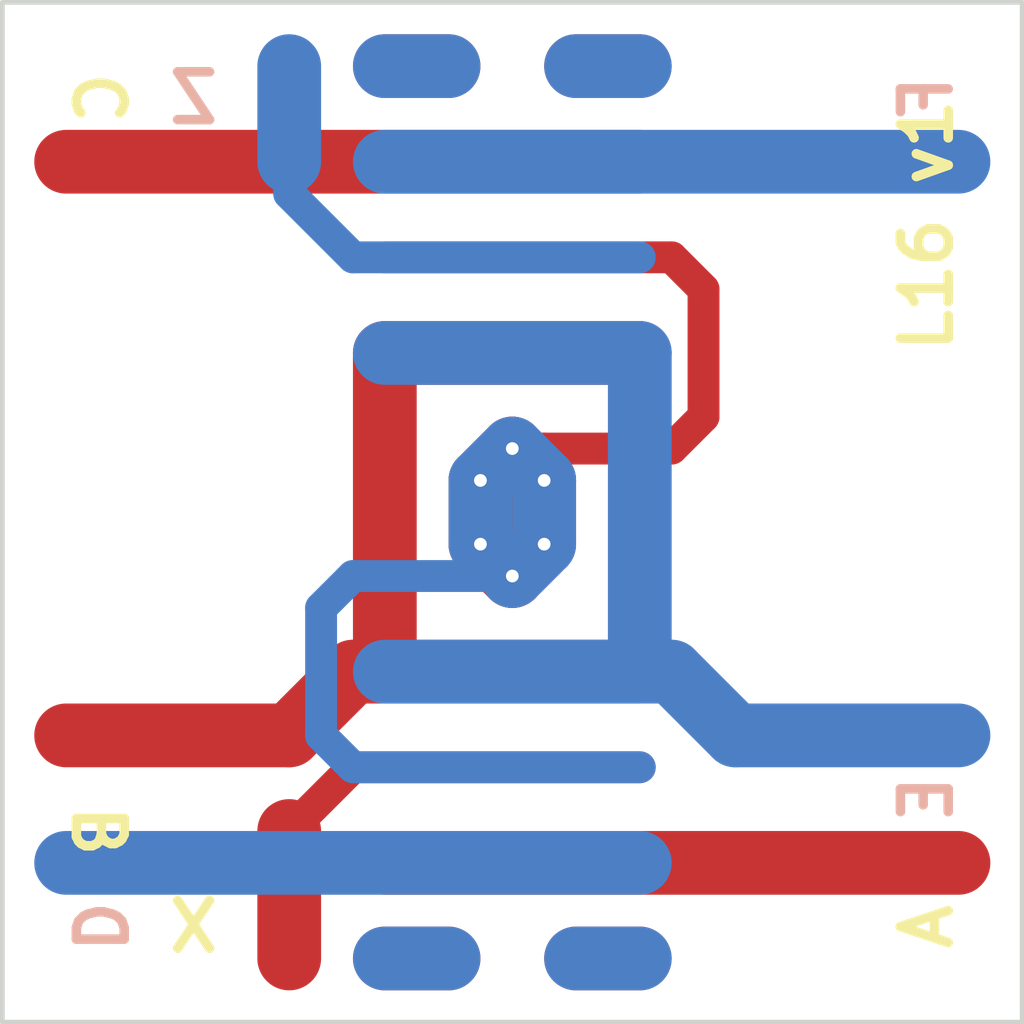
<source format=kicad_pcb>
(kicad_pcb (version 4) (host pcbnew 4.0.7)

  (general
    (links 0)
    (no_connects 0)
    (area 120.924999 49.924999 151.075001 80.075001)
    (thickness 1.6)
    (drawings 13)
    (tracks 63)
    (zones 0)
    (modules 0)
    (nets 1)
  )

  (page A4)
  (layers
    (0 F.Cu signal)
    (31 B.Cu signal)
    (32 B.Adhes user)
    (33 F.Adhes user)
    (34 B.Paste user)
    (35 F.Paste user)
    (36 B.SilkS user)
    (37 F.SilkS user)
    (38 B.Mask user)
    (39 F.Mask user)
    (40 Dwgs.User user)
    (41 Cmts.User user)
    (42 Eco1.User user)
    (43 Eco2.User user)
    (44 Edge.Cuts user)
    (45 Margin user)
    (46 B.CrtYd user)
    (47 F.CrtYd user)
    (48 B.Fab user)
    (49 F.Fab user)
  )

  (setup
    (last_trace_width 2)
    (user_trace_width 1)
    (user_trace_width 2)
    (trace_clearance 0.2)
    (zone_clearance 0.508)
    (zone_45_only no)
    (trace_min 0.2)
    (segment_width 0.2)
    (edge_width 0.15)
    (via_size 0.6)
    (via_drill 0.4)
    (via_min_size 0.4)
    (via_min_drill 0.3)
    (uvia_size 0.3)
    (uvia_drill 0.1)
    (uvias_allowed no)
    (uvia_min_size 0)
    (uvia_min_drill 0)
    (pcb_text_width 0.3)
    (pcb_text_size 1.5 1.5)
    (mod_edge_width 0.15)
    (mod_text_size 1 1)
    (mod_text_width 0.15)
    (pad_size 5 5)
    (pad_drill 3.2)
    (pad_to_mask_clearance 0.2)
    (aux_axis_origin 0 0)
    (visible_elements FFFFFF7F)
    (pcbplotparams
      (layerselection 0x00030_80000001)
      (usegerberextensions false)
      (excludeedgelayer true)
      (linewidth 0.100000)
      (plotframeref false)
      (viasonmask false)
      (mode 1)
      (useauxorigin false)
      (hpglpennumber 1)
      (hpglpenspeed 20)
      (hpglpendiameter 15)
      (hpglpenoverlay 2)
      (psnegative false)
      (psa4output false)
      (plotreference true)
      (plotvalue true)
      (plotinvisibletext false)
      (padsonsilk false)
      (subtractmaskfromsilk false)
      (outputformat 1)
      (mirror false)
      (drillshape 1)
      (scaleselection 1)
      (outputdirectory ""))
  )

  (net 0 "")

  (net_class Default "This is the default net class."
    (clearance 0.2)
    (trace_width 0.25)
    (via_dia 0.6)
    (via_drill 0.4)
    (uvia_dia 0.3)
    (uvia_drill 0.1)
  )

  (gr_line (start 120 81) (end 120 49) (angle 90) (layer Edge.Cuts) (width 0.15))
  (gr_line (start 152 81) (end 120 81) (angle 90) (layer Edge.Cuts) (width 0.15))
  (gr_line (start 152 49) (end 152 81) (angle 90) (layer Edge.Cuts) (width 0.15))
  (gr_line (start 120 49) (end 152 49) (angle 90) (layer Edge.Cuts) (width 0.15))
  (gr_text "L16 v1" (at 149 56 90) (layer F.SilkS)
    (effects (font (size 1.5 1.5) (thickness 0.3)))
  )
  (gr_text D (at 123 78 270) (layer B.SilkS)
    (effects (font (size 1.5 1.5) (thickness 0.3)) (justify mirror))
  )
  (gr_text Z (at 126 52) (layer B.SilkS)
    (effects (font (size 1.5 1.5) (thickness 0.3)) (justify mirror))
  )
  (gr_text E (at 149 74 90) (layer B.SilkS)
    (effects (font (size 1.5 1.5) (thickness 0.3)) (justify mirror))
  )
  (gr_text F (at 149 52 90) (layer B.SilkS)
    (effects (font (size 1.5 1.5) (thickness 0.3)) (justify mirror))
  )
  (gr_text C (at 123 52 270) (layer F.SilkS)
    (effects (font (size 1.5 1.5) (thickness 0.3)))
  )
  (gr_text A (at 149 78 90) (layer F.SilkS)
    (effects (font (size 1.5 1.5) (thickness 0.3)))
  )
  (gr_text B (at 123 75 270) (layer F.SilkS)
    (effects (font (size 1.5 1.5) (thickness 0.3)))
  )
  (gr_text X (at 126 78) (layer F.SilkS)
    (effects (font (size 1.5 1.5) (thickness 0.3)))
  )

  (segment (start 136 67) (end 137 66) (width 2) (layer F.Cu) (net 0))
  (segment (start 136 63) (end 135 64) (width 2) (layer B.Cu) (net 0))
  (segment (start 136 67) (end 135 66) (width 2) (layer F.Cu) (net 0))
  (via (at 135 66) (size 0.6) (drill 0.4) (layers F.Cu B.Cu) (net 0))
  (segment (start 135 66) (end 135 64) (width 2) (layer B.Cu) (net 0) (tstamp 59E4685C))
  (via (at 135 64) (size 0.6) (drill 0.4) (layers F.Cu B.Cu) (net 0))
  (via (at 136 63) (size 0.6) (drill 0.4) (layers F.Cu B.Cu) (net 0))
  (segment (start 136 63) (end 137 64) (width 2) (layer B.Cu) (net 0) (tstamp 59E46862))
  (via (at 137 64) (size 0.6) (drill 0.4) (layers F.Cu B.Cu) (net 0))
  (segment (start 137 64) (end 137 66) (width 2) (layer F.Cu) (net 0) (tstamp 59E46865))
  (via (at 137 66) (size 0.6) (drill 0.4) (layers F.Cu B.Cu) (net 0))
  (segment (start 136 67) (end 137 66) (width 2) (layer B.Cu) (net 0) (tstamp 59E4686B))
  (segment (start 137 66) (end 137 64) (width 2) (layer B.Cu) (net 0) (tstamp 59E4686C))
  (segment (start 135 64) (end 136 63) (width 2) (layer F.Cu) (net 0) (tstamp 59E467C3))
  (segment (start 135 66) (end 135 64) (width 2) (layer F.Cu) (net 0) (tstamp 59E467BB))
  (segment (start 136 67) (end 137 64) (width 2) (layer F.Cu) (net 0) (tstamp 59E4679E))
  (segment (start 138 79) (end 140 79) (width 2) (layer B.Cu) (net 0))
  (segment (start 132 79) (end 134 79) (width 2) (layer B.Cu) (net 0))
  (segment (start 138 51) (end 140 51) (width 2) (layer B.Cu) (net 0))
  (segment (start 132 51) (end 134 51) (width 2) (layer B.Cu) (net 0))
  (segment (start 122 76) (end 140 76) (width 2) (layer B.Cu) (net 0))
  (via (at 136 67) (size 0.6) (drill 0.4) (layers F.Cu B.Cu) (net 0))
  (segment (start 131 73) (end 140 73) (width 1) (layer B.Cu) (net 0) (tstamp 59E457E9))
  (segment (start 136 67) (end 131 67) (width 1) (layer B.Cu) (net 0) (tstamp 59E457C4))
  (segment (start 131 67) (end 130 68) (width 1) (layer B.Cu) (net 0) (tstamp 59E457CC))
  (segment (start 130 68) (end 130 72) (width 1) (layer B.Cu) (net 0) (tstamp 59E457DA))
  (segment (start 130 72) (end 131 73) (width 1) (layer B.Cu) (net 0) (tstamp 59E457E3))
  (segment (start 140 73) (end 131 73) (width 1) (layer F.Cu) (net 0))
  (segment (start 129 75) (end 129 76) (width 2) (layer F.Cu) (net 0) (tstamp 59E44EAC))
  (segment (start 131 73) (end 129 75) (width 1) (layer F.Cu) (net 0) (tstamp 59E44AD1))
  (segment (start 129 76) (end 129 79) (width 2) (layer F.Cu) (net 0) (tstamp 59E44AD7))
  (segment (start 140 70) (end 141 70) (width 2) (layer B.Cu) (net 0))
  (segment (start 143 72) (end 150 72) (width 2) (layer B.Cu) (net 0) (tstamp 59E45701))
  (segment (start 141 70) (end 143 72) (width 2) (layer B.Cu) (net 0) (tstamp 59E456FE))
  (segment (start 132 60) (end 140 60) (width 2) (layer B.Cu) (net 0))
  (segment (start 140 70) (end 132 70) (width 2) (layer B.Cu) (net 0) (tstamp 59E456E9))
  (segment (start 140 60) (end 140 70) (width 2) (layer B.Cu) (net 0) (tstamp 59E456E5))
  (segment (start 140 57) (end 131 57) (width 1) (layer B.Cu) (net 0))
  (segment (start 129 54) (end 129 51) (width 2) (layer B.Cu) (net 0) (tstamp 59E45695))
  (segment (start 129 55) (end 129 54) (width 1) (layer B.Cu) (net 0) (tstamp 59E45690))
  (segment (start 131 57) (end 129 55) (width 1) (layer B.Cu) (net 0) (tstamp 59E45683))
  (segment (start 150 54) (end 132 54) (width 2) (layer B.Cu) (net 0))
  (segment (start 150 76) (end 132 76) (width 2) (layer F.Cu) (net 0))
  (segment (start 132 70) (end 131 70) (width 2) (layer F.Cu) (net 0))
  (segment (start 129 72) (end 122 72) (width 2) (layer F.Cu) (net 0) (tstamp 59E44D9E))
  (segment (start 131 70) (end 129 72) (width 2) (layer F.Cu) (net 0) (tstamp 59E44D97))
  (segment (start 138 79) (end 140 79) (width 2) (layer F.Cu) (net 0))
  (segment (start 134 79) (end 132 79) (width 2) (layer F.Cu) (net 0))
  (segment (start 140 60) (end 132 60) (width 2) (layer F.Cu) (net 0))
  (segment (start 132 70) (end 140 70) (width 2) (layer F.Cu) (net 0) (tstamp 59E44C2B))
  (segment (start 132 60) (end 132 70) (width 2) (layer F.Cu) (net 0) (tstamp 59E44C2A))
  (segment (start 140 51) (end 138 51) (width 2) (layer F.Cu) (net 0))
  (segment (start 132 51) (end 134 51) (width 2) (layer F.Cu) (net 0))
  (segment (start 132 57) (end 141 57) (width 1) (layer F.Cu) (net 0))
  (segment (start 136 63) (end 136 63) (width 2) (layer F.Cu) (net 0) (tstamp 59E445DF))
  (segment (start 136 63) (end 137 64) (width 2) (layer F.Cu) (net 0) (tstamp 59E449E7))
  (segment (start 137 64) (end 136 67) (width 2) (layer F.Cu) (net 0) (tstamp 59E467B5))
  (segment (start 142 58) (end 142 62) (width 1) (layer F.Cu) (net 0) (tstamp 59E445DE))
  (segment (start 142 62) (end 141 63) (width 1) (layer F.Cu) (net 0) (tstamp 59E44A3C))
  (segment (start 141 63) (end 137 63) (width 1) (layer F.Cu) (net 0) (tstamp 59E4552A))
  (segment (start 137 63) (end 137 63) (width 1) (layer F.Cu) (net 0) (tstamp 59E45500))
  (segment (start 141 57) (end 142 58) (width 1) (layer F.Cu) (net 0) (tstamp 59E445D0))
  (segment (start 122 54) (end 140 54) (width 2) (layer F.Cu) (net 0))

  (zone (net 0) (net_name "") (layer F.Mask) (tstamp 59E466E8) (hatch full 0.508)
    (connect_pads (clearance 0.508))
    (min_thickness 0.254)
    (fill yes (arc_segments 16) (thermal_gap 0.508) (thermal_bridge_width 0.508))
    (polygon
      (pts
        (xy 120 49) (xy 152 49) (xy 152 81) (xy 120 81)
      )
    )
    (filled_polygon
      (pts
        (xy 151.873 80.873) (xy 120.127 80.873) (xy 120.127 49.127) (xy 151.873 49.127)
      )
    )
  )
  (zone (net 0) (net_name "") (layer B.Mask) (tstamp 59E46713) (hatch full 0.508)
    (connect_pads (clearance 0.508))
    (min_thickness 0.254)
    (fill yes (arc_segments 16) (thermal_gap 0.508) (thermal_bridge_width 0.508))
    (polygon
      (pts
        (xy 120 49) (xy 152 49) (xy 152 81) (xy 120 81)
      )
    )
    (filled_polygon
      (pts
        (xy 151.873 80.873) (xy 120.127 80.873) (xy 120.127 49.127) (xy 151.873 49.127)
      )
    )
  )
)

</source>
